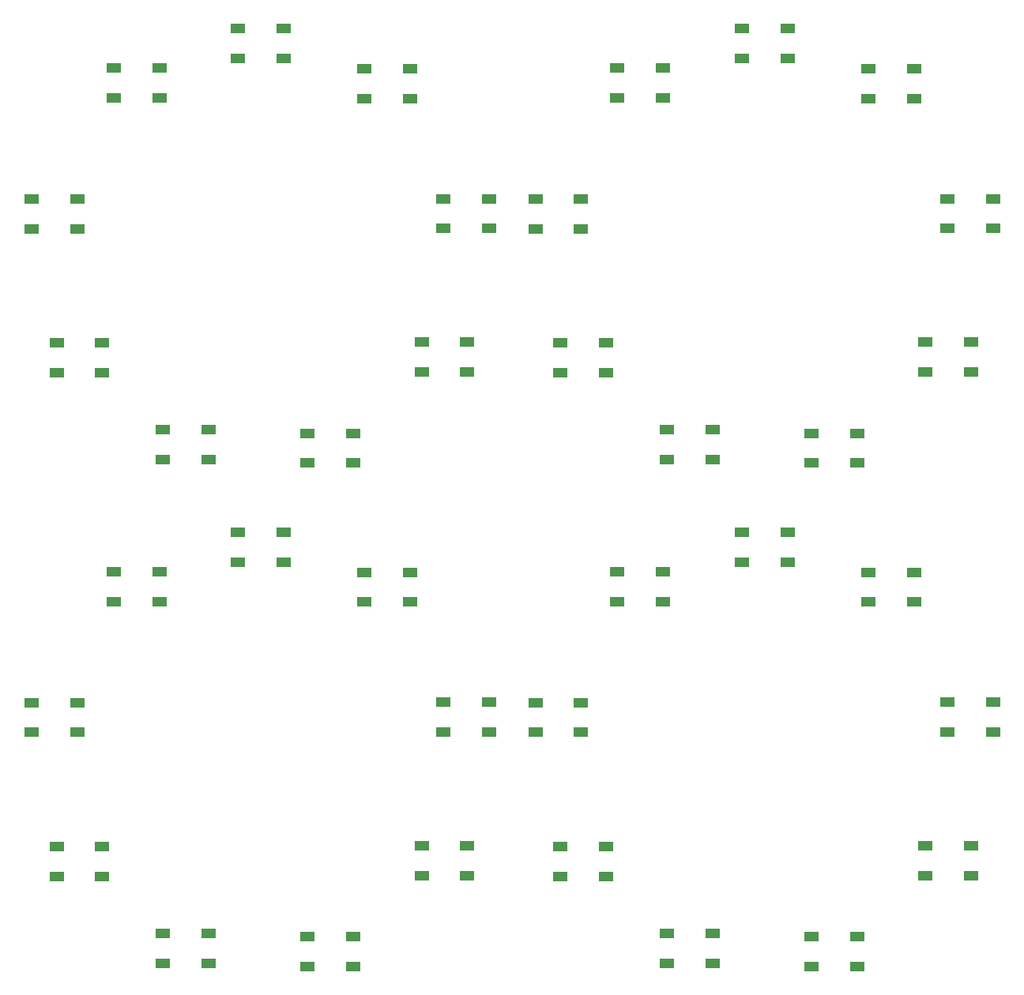
<source format=gbr>
%TF.GenerationSoftware,KiCad,Pcbnew,(6.0.0)*%
%TF.CreationDate,2022-01-01T22:41:12+01:00*%
%TF.ProjectId,VolumeKnob,566f6c75-6d65-44b6-9e6f-622e6b696361,rev?*%
%TF.SameCoordinates,Original*%
%TF.FileFunction,Paste,Top*%
%TF.FilePolarity,Positive*%
%FSLAX46Y46*%
G04 Gerber Fmt 4.6, Leading zero omitted, Abs format (unit mm)*
G04 Created by KiCad (PCBNEW (6.0.0)) date 2022-01-01 22:41:12*
%MOMM*%
%LPD*%
G01*
G04 APERTURE LIST*
%ADD10R,1.500000X1.000000*%
G04 APERTURE END LIST*
D10*
%TO.C,D8*%
X25409997Y-98400003D03*
X25409997Y-101600003D03*
X30309997Y-101600003D03*
X30309997Y-98400003D03*
%TD*%
%TO.C,D1*%
X47539997Y-80140003D03*
X47539997Y-83340003D03*
X52439997Y-83340003D03*
X52439997Y-80140003D03*
%TD*%
%TO.C,D1*%
X101540004Y-80140003D03*
X101540004Y-83340003D03*
X106440004Y-83340003D03*
X106440004Y-80140003D03*
%TD*%
%TO.C,D1*%
X101540004Y-26139997D03*
X101540004Y-29339997D03*
X106440004Y-29339997D03*
X106440004Y-26139997D03*
%TD*%
%TO.C,D9*%
X88210004Y-30389997D03*
X88210004Y-33589997D03*
X93110004Y-33589997D03*
X93110004Y-30389997D03*
%TD*%
%TO.C,D4*%
X121220004Y-113740003D03*
X121220004Y-116940003D03*
X126120004Y-116940003D03*
X126120004Y-113740003D03*
%TD*%
%TO.C,D6*%
X39499997Y-69159997D03*
X39499997Y-72359997D03*
X44399997Y-72359997D03*
X44399997Y-69159997D03*
%TD*%
%TO.C,D7*%
X28099997Y-59829997D03*
X28099997Y-63029997D03*
X32999997Y-63029997D03*
X32999997Y-59829997D03*
%TD*%
%TO.C,D8*%
X79410004Y-44399997D03*
X79410004Y-47599997D03*
X84310004Y-47599997D03*
X84310004Y-44399997D03*
%TD*%
%TO.C,D1*%
X47539997Y-26139997D03*
X47539997Y-29339997D03*
X52439997Y-29339997D03*
X52439997Y-26139997D03*
%TD*%
%TO.C,D4*%
X67219997Y-113740003D03*
X67219997Y-116940003D03*
X72119997Y-116940003D03*
X72119997Y-113740003D03*
%TD*%
%TO.C,D8*%
X79410004Y-98400003D03*
X79410004Y-101600003D03*
X84310004Y-101600003D03*
X84310004Y-98400003D03*
%TD*%
%TO.C,D3*%
X123560004Y-44389997D03*
X123560004Y-47589997D03*
X128460004Y-47589997D03*
X128460004Y-44389997D03*
%TD*%
%TO.C,D8*%
X25409997Y-44399997D03*
X25409997Y-47599997D03*
X30309997Y-47599997D03*
X30309997Y-44399997D03*
%TD*%
%TO.C,D3*%
X69559997Y-44389997D03*
X69559997Y-47589997D03*
X74459997Y-47589997D03*
X74459997Y-44389997D03*
%TD*%
%TO.C,D3*%
X123560004Y-98390003D03*
X123560004Y-101590003D03*
X128460004Y-101590003D03*
X128460004Y-98390003D03*
%TD*%
%TO.C,D5*%
X55019997Y-69519997D03*
X55019997Y-72719997D03*
X59919997Y-72719997D03*
X59919997Y-69519997D03*
%TD*%
%TO.C,D9*%
X34209997Y-84390003D03*
X34209997Y-87590003D03*
X39109997Y-87590003D03*
X39109997Y-84390003D03*
%TD*%
%TO.C,D3*%
X69559997Y-98390003D03*
X69559997Y-101590003D03*
X74459997Y-101590003D03*
X74459997Y-98390003D03*
%TD*%
%TO.C,D9*%
X88210004Y-84390003D03*
X88210004Y-87590003D03*
X93110004Y-87590003D03*
X93110004Y-84390003D03*
%TD*%
%TO.C,D4*%
X67219997Y-59739997D03*
X67219997Y-62939997D03*
X72119997Y-62939997D03*
X72119997Y-59739997D03*
%TD*%
%TO.C,D4*%
X121220004Y-59739997D03*
X121220004Y-62939997D03*
X126120004Y-62939997D03*
X126120004Y-59739997D03*
%TD*%
%TO.C,D7*%
X28099997Y-113830003D03*
X28099997Y-117030003D03*
X32999997Y-117030003D03*
X32999997Y-113830003D03*
%TD*%
%TO.C,D6*%
X39499997Y-123160003D03*
X39499997Y-126360003D03*
X44399997Y-126360003D03*
X44399997Y-123160003D03*
%TD*%
%TO.C,D2*%
X115110004Y-30429997D03*
X115110004Y-33629997D03*
X120010004Y-33629997D03*
X120010004Y-30429997D03*
%TD*%
%TO.C,D5*%
X55019997Y-123520003D03*
X55019997Y-126720003D03*
X59919997Y-126720003D03*
X59919997Y-123520003D03*
%TD*%
%TO.C,D2*%
X61109997Y-84430003D03*
X61109997Y-87630003D03*
X66009997Y-87630003D03*
X66009997Y-84430003D03*
%TD*%
%TO.C,D5*%
X109020004Y-69519997D03*
X109020004Y-72719997D03*
X113920004Y-72719997D03*
X113920004Y-69519997D03*
%TD*%
%TO.C,D7*%
X82100004Y-59829997D03*
X82100004Y-63029997D03*
X87000004Y-63029997D03*
X87000004Y-59829997D03*
%TD*%
%TO.C,D9*%
X34209997Y-30389997D03*
X34209997Y-33589997D03*
X39109997Y-33589997D03*
X39109997Y-30389997D03*
%TD*%
%TO.C,D5*%
X109020004Y-123520003D03*
X109020004Y-126720003D03*
X113920004Y-126720003D03*
X113920004Y-123520003D03*
%TD*%
%TO.C,D6*%
X93500004Y-69159997D03*
X93500004Y-72359997D03*
X98400004Y-72359997D03*
X98400004Y-69159997D03*
%TD*%
%TO.C,D6*%
X93500004Y-123160003D03*
X93500004Y-126360003D03*
X98400004Y-126360003D03*
X98400004Y-123160003D03*
%TD*%
%TO.C,D2*%
X115110004Y-84430003D03*
X115110004Y-87630003D03*
X120010004Y-87630003D03*
X120010004Y-84430003D03*
%TD*%
%TO.C,D7*%
X82100004Y-113830003D03*
X82100004Y-117030003D03*
X87000004Y-117030003D03*
X87000004Y-113830003D03*
%TD*%
%TO.C,D2*%
X61109997Y-30429997D03*
X61109997Y-33629997D03*
X66009997Y-33629997D03*
X66009997Y-30429997D03*
%TD*%
M02*

</source>
